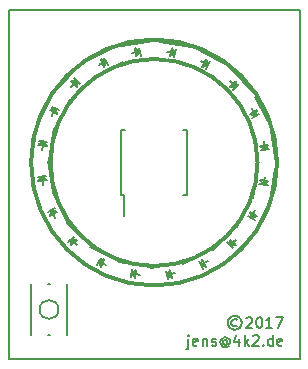
<source format=gbr>
G04 #@! TF.FileFunction,Legend,Top*
%FSLAX46Y46*%
G04 Gerber Fmt 4.6, Leading zero omitted, Abs format (unit mm)*
G04 Created by KiCad (PCBNEW 4.0.5) date Sat Apr  1 12:10:48 2017*
%MOMM*%
%LPD*%
G01*
G04 APERTURE LIST*
%ADD10C,0.100000*%
%ADD11C,0.300000*%
%ADD12C,0.175000*%
%ADD13C,0.200000*%
%ADD14C,0.150000*%
G04 APERTURE END LIST*
D10*
D11*
X180467000Y-99949000D02*
G75*
G03X180467000Y-99949000I-10414000J0D01*
G01*
X178816000Y-99949000D02*
G75*
G03X178816000Y-99949000I-8763000J0D01*
G01*
D12*
X172959143Y-114869143D02*
X172959143Y-115640571D01*
X172916286Y-115726286D01*
X172830571Y-115769143D01*
X172787714Y-115769143D01*
X172959143Y-114569143D02*
X172916286Y-114612000D01*
X172959143Y-114654857D01*
X173002000Y-114612000D01*
X172959143Y-114569143D01*
X172959143Y-114654857D01*
X173730571Y-115426286D02*
X173644857Y-115469143D01*
X173473428Y-115469143D01*
X173387714Y-115426286D01*
X173344857Y-115340571D01*
X173344857Y-114997714D01*
X173387714Y-114912000D01*
X173473428Y-114869143D01*
X173644857Y-114869143D01*
X173730571Y-114912000D01*
X173773428Y-114997714D01*
X173773428Y-115083429D01*
X173344857Y-115169143D01*
X174159143Y-114869143D02*
X174159143Y-115469143D01*
X174159143Y-114954857D02*
X174202000Y-114912000D01*
X174287714Y-114869143D01*
X174416286Y-114869143D01*
X174502000Y-114912000D01*
X174544857Y-114997714D01*
X174544857Y-115469143D01*
X174930572Y-115426286D02*
X175016286Y-115469143D01*
X175187714Y-115469143D01*
X175273429Y-115426286D01*
X175316286Y-115340571D01*
X175316286Y-115297714D01*
X175273429Y-115212000D01*
X175187714Y-115169143D01*
X175059143Y-115169143D01*
X174973429Y-115126286D01*
X174930572Y-115040571D01*
X174930572Y-114997714D01*
X174973429Y-114912000D01*
X175059143Y-114869143D01*
X175187714Y-114869143D01*
X175273429Y-114912000D01*
X176259143Y-115040571D02*
X176216285Y-114997714D01*
X176130571Y-114954857D01*
X176044857Y-114954857D01*
X175959143Y-114997714D01*
X175916285Y-115040571D01*
X175873428Y-115126286D01*
X175873428Y-115212000D01*
X175916285Y-115297714D01*
X175959143Y-115340571D01*
X176044857Y-115383429D01*
X176130571Y-115383429D01*
X176216285Y-115340571D01*
X176259143Y-115297714D01*
X176259143Y-114954857D02*
X176259143Y-115297714D01*
X176302000Y-115340571D01*
X176344857Y-115340571D01*
X176430571Y-115297714D01*
X176473428Y-115212000D01*
X176473428Y-114997714D01*
X176387714Y-114869143D01*
X176259143Y-114783429D01*
X176087714Y-114740571D01*
X175916285Y-114783429D01*
X175787714Y-114869143D01*
X175702000Y-114997714D01*
X175659143Y-115169143D01*
X175702000Y-115340571D01*
X175787714Y-115469143D01*
X175916285Y-115554857D01*
X176087714Y-115597714D01*
X176259143Y-115554857D01*
X176387714Y-115469143D01*
X177244857Y-114869143D02*
X177244857Y-115469143D01*
X177030571Y-114526286D02*
X176816286Y-115169143D01*
X177373428Y-115169143D01*
X177716286Y-115469143D02*
X177716286Y-114569143D01*
X177802000Y-115126286D02*
X178059143Y-115469143D01*
X178059143Y-114869143D02*
X177716286Y-115212000D01*
X178402000Y-114654857D02*
X178444857Y-114612000D01*
X178530571Y-114569143D01*
X178744857Y-114569143D01*
X178830571Y-114612000D01*
X178873428Y-114654857D01*
X178916285Y-114740571D01*
X178916285Y-114826286D01*
X178873428Y-114954857D01*
X178359142Y-115469143D01*
X178916285Y-115469143D01*
X179302000Y-115383429D02*
X179344857Y-115426286D01*
X179302000Y-115469143D01*
X179259143Y-115426286D01*
X179302000Y-115383429D01*
X179302000Y-115469143D01*
X180116285Y-115469143D02*
X180116285Y-114569143D01*
X180116285Y-115426286D02*
X180030571Y-115469143D01*
X179859142Y-115469143D01*
X179773428Y-115426286D01*
X179730571Y-115383429D01*
X179687714Y-115297714D01*
X179687714Y-115040571D01*
X179730571Y-114954857D01*
X179773428Y-114912000D01*
X179859142Y-114869143D01*
X180030571Y-114869143D01*
X180116285Y-114912000D01*
X180887714Y-115426286D02*
X180802000Y-115469143D01*
X180630571Y-115469143D01*
X180544857Y-115426286D01*
X180502000Y-115340571D01*
X180502000Y-114997714D01*
X180544857Y-114912000D01*
X180630571Y-114869143D01*
X180802000Y-114869143D01*
X180887714Y-114912000D01*
X180930571Y-114997714D01*
X180930571Y-115083429D01*
X180502000Y-115169143D01*
X177073428Y-113259429D02*
X176987714Y-113216571D01*
X176816285Y-113216571D01*
X176730571Y-113259429D01*
X176644857Y-113345143D01*
X176602000Y-113430857D01*
X176602000Y-113602286D01*
X176644857Y-113688000D01*
X176730571Y-113773714D01*
X176816285Y-113816571D01*
X176987714Y-113816571D01*
X177073428Y-113773714D01*
X176902000Y-112916571D02*
X176687714Y-112959429D01*
X176473428Y-113088000D01*
X176344857Y-113302286D01*
X176302000Y-113516571D01*
X176344857Y-113730857D01*
X176473428Y-113945143D01*
X176687714Y-114073714D01*
X176902000Y-114116571D01*
X177116285Y-114073714D01*
X177330571Y-113945143D01*
X177459142Y-113730857D01*
X177502000Y-113516571D01*
X177459142Y-113302286D01*
X177330571Y-113088000D01*
X177116285Y-112959429D01*
X176902000Y-112916571D01*
X177844857Y-113130857D02*
X177887714Y-113088000D01*
X177973428Y-113045143D01*
X178187714Y-113045143D01*
X178273428Y-113088000D01*
X178316285Y-113130857D01*
X178359142Y-113216571D01*
X178359142Y-113302286D01*
X178316285Y-113430857D01*
X177801999Y-113945143D01*
X178359142Y-113945143D01*
X178916285Y-113045143D02*
X179002000Y-113045143D01*
X179087714Y-113088000D01*
X179130571Y-113130857D01*
X179173428Y-113216571D01*
X179216285Y-113388000D01*
X179216285Y-113602286D01*
X179173428Y-113773714D01*
X179130571Y-113859429D01*
X179087714Y-113902286D01*
X179002000Y-113945143D01*
X178916285Y-113945143D01*
X178830571Y-113902286D01*
X178787714Y-113859429D01*
X178744857Y-113773714D01*
X178702000Y-113602286D01*
X178702000Y-113388000D01*
X178744857Y-113216571D01*
X178787714Y-113130857D01*
X178830571Y-113088000D01*
X178916285Y-113045143D01*
X180073428Y-113945143D02*
X179559143Y-113945143D01*
X179816285Y-113945143D02*
X179816285Y-113045143D01*
X179730571Y-113173714D01*
X179644857Y-113259429D01*
X179559143Y-113302286D01*
X180373428Y-113045143D02*
X180973428Y-113045143D01*
X180587714Y-113945143D01*
D13*
X182372000Y-116586000D02*
X157734000Y-116586000D01*
X182372000Y-86995000D02*
X182372000Y-116586000D01*
X182245000Y-86995000D02*
X182372000Y-86995000D01*
X157734000Y-86995000D02*
X182245000Y-86995000D01*
X157734000Y-116586000D02*
X157734000Y-86995000D01*
D14*
X173183627Y-90126529D02*
X170516869Y-89704156D01*
X172948975Y-91608061D02*
X170282217Y-91185688D01*
X171608234Y-90484490D02*
X171569125Y-90731412D01*
X171569125Y-90731412D02*
X171740744Y-90606724D01*
X171776939Y-91017443D02*
X171886443Y-90326061D01*
X171486000Y-90617000D02*
X171140309Y-90562248D01*
X171831691Y-90671752D02*
X171431248Y-90962691D01*
X171431248Y-90962691D02*
X171540752Y-90271309D01*
X171540752Y-90271309D02*
X171831691Y-90671752D01*
X176079103Y-91593530D02*
X173673386Y-90367756D01*
X175398118Y-92930040D02*
X172992400Y-91704265D01*
X174470199Y-91447148D02*
X174356702Y-91669900D01*
X174356702Y-91669900D02*
X174558451Y-91604347D01*
X174465956Y-92006149D02*
X174783749Y-91382444D01*
X174313000Y-91535400D02*
X174001148Y-91376503D01*
X174624852Y-91694297D02*
X174154103Y-91847252D01*
X174154103Y-91847252D02*
X174471897Y-91223548D01*
X174471897Y-91223548D02*
X174624852Y-91694297D01*
X178379701Y-93883541D02*
X176470513Y-91974352D01*
X177319041Y-94944201D02*
X175409852Y-93035013D01*
X176894777Y-93247145D02*
X176718000Y-93423921D01*
X176718000Y-93423921D02*
X176930132Y-93423921D01*
X176718000Y-93777475D02*
X177212975Y-93282500D01*
X176718000Y-93282500D02*
X176470513Y-93035013D01*
X176965487Y-93529987D02*
X176470513Y-93529987D01*
X176470513Y-93529987D02*
X176965487Y-93035013D01*
X176965487Y-93035013D02*
X176965487Y-93529987D01*
X179859640Y-96772218D02*
X178633865Y-94366500D01*
X178523130Y-97453203D02*
X177297356Y-95047486D01*
X178644050Y-95708102D02*
X178421298Y-95821600D01*
X178421298Y-95821600D02*
X178623048Y-95887152D01*
X178312044Y-96157849D02*
X178935749Y-95840056D01*
X178465000Y-95687100D02*
X178306103Y-95375248D01*
X178623897Y-95998952D02*
X178153148Y-95845997D01*
X178153148Y-95845997D02*
X178776852Y-95528203D01*
X178776852Y-95528203D02*
X178623897Y-95998952D01*
X180374061Y-99976875D02*
X179951688Y-97310117D01*
X178892529Y-100211527D02*
X178470156Y-97544769D01*
X179546797Y-98589204D02*
X179299875Y-98628312D01*
X179299875Y-98628312D02*
X179471493Y-98753000D01*
X179092061Y-98914343D02*
X179783443Y-98804839D01*
X179383000Y-98513900D02*
X179328248Y-98168209D01*
X179437752Y-98859591D02*
X179037309Y-98568652D01*
X179037309Y-98568652D02*
X179728691Y-98459148D01*
X179728691Y-98459148D02*
X179437752Y-98859591D01*
X179873471Y-103183627D02*
X180295844Y-100516869D01*
X178391939Y-102948975D02*
X178814312Y-100282217D01*
X179515510Y-101608234D02*
X179268588Y-101569125D01*
X179268588Y-101569125D02*
X179393276Y-101740744D01*
X178982557Y-101776939D02*
X179673939Y-101886443D01*
X179383000Y-101486000D02*
X179437752Y-101140309D01*
X179328248Y-101831691D02*
X179037309Y-101431248D01*
X179037309Y-101431248D02*
X179728691Y-101540752D01*
X179728691Y-101540752D02*
X179328248Y-101831691D01*
X178406870Y-106079103D02*
X179632644Y-103673386D01*
X177070360Y-105398118D02*
X178296135Y-102992400D01*
X178553252Y-104470199D02*
X178330500Y-104356702D01*
X178330500Y-104356702D02*
X178396053Y-104558451D01*
X177994251Y-104465956D02*
X178617956Y-104783749D01*
X178465000Y-104313000D02*
X178623897Y-104001148D01*
X178306103Y-104624852D02*
X178153148Y-104154103D01*
X178153148Y-104154103D02*
X178776852Y-104471897D01*
X178776852Y-104471897D02*
X178306103Y-104624852D01*
X176116959Y-108379701D02*
X178026148Y-106470513D01*
X175056299Y-107319041D02*
X176965487Y-105409852D01*
X176753355Y-106894777D02*
X176576579Y-106718000D01*
X176576579Y-106718000D02*
X176576579Y-106930132D01*
X176223025Y-106718000D02*
X176718000Y-107212975D01*
X176718000Y-106718000D02*
X176965487Y-106470513D01*
X176470513Y-106965487D02*
X176470513Y-106470513D01*
X176470513Y-106470513D02*
X176965487Y-106965487D01*
X176965487Y-106965487D02*
X176470513Y-106965487D01*
X173227882Y-109859640D02*
X175633600Y-108633865D01*
X172546897Y-108523130D02*
X174952614Y-107297356D01*
X174291998Y-108644050D02*
X174178500Y-108421298D01*
X174178500Y-108421298D02*
X174112948Y-108623048D01*
X173842251Y-108312044D02*
X174160044Y-108935749D01*
X174313000Y-108465000D02*
X174624852Y-108306103D01*
X174001148Y-108623897D02*
X174154103Y-108153148D01*
X174154103Y-108153148D02*
X174471897Y-108776852D01*
X174471897Y-108776852D02*
X174001148Y-108623897D01*
X170023025Y-110374061D02*
X172689783Y-109951688D01*
X169788373Y-108892529D02*
X172455131Y-108470156D01*
X171410696Y-109546797D02*
X171371588Y-109299875D01*
X171371588Y-109299875D02*
X171246900Y-109471493D01*
X171085557Y-109092061D02*
X171195061Y-109783443D01*
X171486000Y-109383000D02*
X171831691Y-109328248D01*
X171140309Y-109437752D02*
X171431248Y-109037309D01*
X171431248Y-109037309D02*
X171540752Y-109728691D01*
X171540752Y-109728691D02*
X171140309Y-109437752D01*
X166816373Y-109873471D02*
X169483131Y-110295844D01*
X167051025Y-108391939D02*
X169717783Y-108814312D01*
X168391766Y-109515510D02*
X168430875Y-109268588D01*
X168430875Y-109268588D02*
X168259256Y-109393276D01*
X168223061Y-108982557D02*
X168113557Y-109673939D01*
X168514000Y-109383000D02*
X168859691Y-109437752D01*
X168168309Y-109328248D02*
X168568752Y-109037309D01*
X168568752Y-109037309D02*
X168459248Y-109728691D01*
X168459248Y-109728691D02*
X168168309Y-109328248D01*
X163920897Y-108406870D02*
X166326614Y-109632644D01*
X164601882Y-107070360D02*
X167007600Y-108296135D01*
X165529801Y-108553252D02*
X165643298Y-108330500D01*
X165643298Y-108330500D02*
X165441549Y-108396053D01*
X165534044Y-107994251D02*
X165216251Y-108617956D01*
X165687000Y-108465000D02*
X165998852Y-108623897D01*
X165375148Y-108306103D02*
X165845897Y-108153148D01*
X165845897Y-108153148D02*
X165528103Y-108776852D01*
X165528103Y-108776852D02*
X165375148Y-108306103D01*
X161620299Y-106116959D02*
X163529487Y-108026148D01*
X162680959Y-105056299D02*
X164590148Y-106965487D01*
X163105223Y-106753355D02*
X163282000Y-106576579D01*
X163282000Y-106576579D02*
X163069868Y-106576579D01*
X163282000Y-106223025D02*
X162787025Y-106718000D01*
X163282000Y-106718000D02*
X163529487Y-106965487D01*
X163034513Y-106470513D02*
X163529487Y-106470513D01*
X163529487Y-106470513D02*
X163034513Y-106965487D01*
X163034513Y-106965487D02*
X163034513Y-106470513D01*
X160140360Y-103227882D02*
X161366135Y-105633600D01*
X161476870Y-102546897D02*
X162702644Y-104952614D01*
X161355950Y-104291998D02*
X161578702Y-104178500D01*
X161578702Y-104178500D02*
X161376952Y-104112948D01*
X161687956Y-103842251D02*
X161064251Y-104160044D01*
X161535000Y-104313000D02*
X161693897Y-104624852D01*
X161376103Y-104001148D02*
X161846852Y-104154103D01*
X161846852Y-104154103D02*
X161223148Y-104471897D01*
X161223148Y-104471897D02*
X161376103Y-104001148D01*
X159625939Y-100023025D02*
X160048312Y-102689783D01*
X161107471Y-99788373D02*
X161529844Y-102455131D01*
X160453203Y-101410696D02*
X160700125Y-101371588D01*
X160700125Y-101371588D02*
X160528507Y-101246900D01*
X160907939Y-101085557D02*
X160216557Y-101195061D01*
X160617000Y-101486000D02*
X160671752Y-101831691D01*
X160562248Y-101140309D02*
X160962691Y-101431248D01*
X160962691Y-101431248D02*
X160271309Y-101540752D01*
X160271309Y-101540752D02*
X160562248Y-101140309D01*
X160126529Y-96816273D02*
X159704156Y-99483031D01*
X161608061Y-97050925D02*
X161185688Y-99717683D01*
X160484490Y-98391666D02*
X160731412Y-98430775D01*
X160731412Y-98430775D02*
X160606724Y-98259156D01*
X161017443Y-98222961D02*
X160326061Y-98113457D01*
X160617000Y-98513900D02*
X160562248Y-98859591D01*
X160671752Y-98168209D02*
X160962691Y-98568652D01*
X160962691Y-98568652D02*
X160271309Y-98459148D01*
X160271309Y-98459148D02*
X160671752Y-98168209D01*
X161593130Y-93920997D02*
X160367356Y-96326714D01*
X162929640Y-94601982D02*
X161703865Y-97007700D01*
X161446748Y-95529901D02*
X161669500Y-95643398D01*
X161669500Y-95643398D02*
X161603947Y-95441649D01*
X162005749Y-95534144D02*
X161382044Y-95216351D01*
X161535000Y-95687100D02*
X161376103Y-95998952D01*
X161693897Y-95375248D02*
X161846852Y-95845997D01*
X161846852Y-95845997D02*
X161223148Y-95528203D01*
X161223148Y-95528203D02*
X161693897Y-95375248D01*
X163883041Y-91620799D02*
X161973852Y-93529987D01*
X164943701Y-92681459D02*
X163034513Y-94590648D01*
X163246645Y-93105723D02*
X163423421Y-93282500D01*
X163423421Y-93282500D02*
X163423421Y-93070368D01*
X163776975Y-93282500D02*
X163282000Y-92787525D01*
X163282000Y-93282500D02*
X163034513Y-93529987D01*
X163529487Y-93035013D02*
X163529487Y-93529987D01*
X163529487Y-93529987D02*
X163034513Y-93035013D01*
X163034513Y-93035013D02*
X163529487Y-93035013D01*
X166772118Y-90140760D02*
X164366400Y-91366535D01*
X167453103Y-91477270D02*
X165047386Y-92703044D01*
X165708002Y-91356350D02*
X165821500Y-91579102D01*
X165821500Y-91579102D02*
X165887052Y-91377352D01*
X166157749Y-91688356D02*
X165839956Y-91064651D01*
X165687000Y-91535400D02*
X165375148Y-91694297D01*
X165998852Y-91376503D02*
X165845897Y-91847252D01*
X165845897Y-91847252D02*
X165528103Y-91223548D01*
X165528103Y-91223548D02*
X165998852Y-91376503D01*
X169976975Y-89625939D02*
X167310217Y-90048312D01*
X170211627Y-91107471D02*
X167544869Y-91529844D01*
X168589304Y-90453203D02*
X168628412Y-90700125D01*
X168628412Y-90700125D02*
X168753100Y-90528507D01*
X168914443Y-90907939D02*
X168804939Y-90216557D01*
X168514000Y-90617000D02*
X168168309Y-90671752D01*
X168859691Y-90562248D02*
X168568752Y-90962691D01*
X168568752Y-90962691D02*
X168459248Y-90271309D01*
X168459248Y-90271309D02*
X168859691Y-90562248D01*
X167298000Y-102699000D02*
X167503000Y-102699000D01*
X167298000Y-97199000D02*
X167598000Y-97199000D01*
X172808000Y-97199000D02*
X172508000Y-97199000D01*
X172808000Y-102699000D02*
X172508000Y-102699000D01*
X167298000Y-102699000D02*
X167298000Y-97199000D01*
X172808000Y-102699000D02*
X172808000Y-97199000D01*
X167503000Y-102699000D02*
X167503000Y-104449000D01*
X161213000Y-110195000D02*
X161113000Y-110195000D01*
X161963000Y-112395000D02*
G75*
G03X161963000Y-112395000I-800000J0D01*
G01*
X162713000Y-114595000D02*
X162713000Y-110195000D01*
X159613000Y-110195000D02*
X159613000Y-114595000D01*
X161213000Y-114595000D02*
X161113000Y-114595000D01*
M02*

</source>
